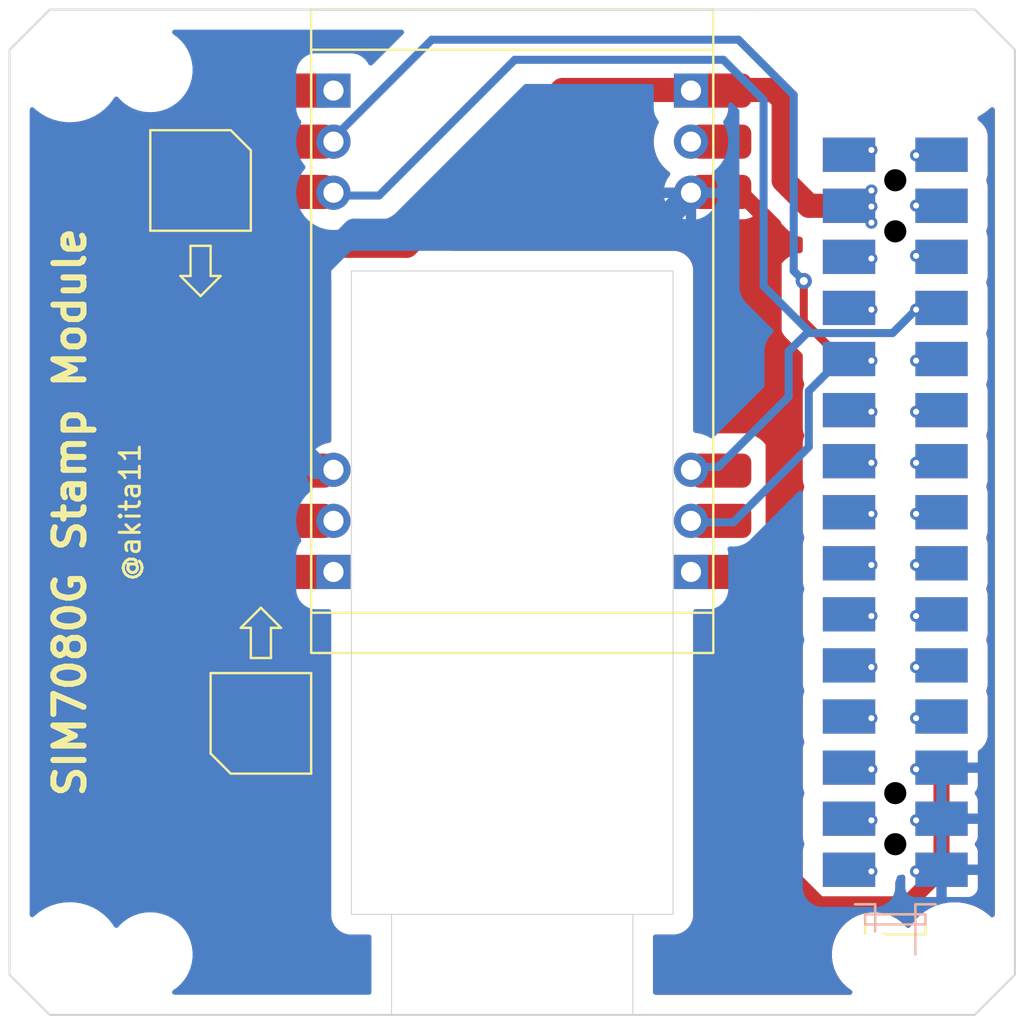
<source format=kicad_pcb>
(kicad_pcb (version 20211014) (generator pcbnew)
  (layers (0 "F.Cu" signal) (31 "B.Cu" signal) (34 "B.Paste" user) (35 "F.Paste" user) (36 "B.SilkS" user "B.Silkscreen") (37 "F.SilkS" user "F.Silkscreen") (38 "B.Mask" user) (39 "F.Mask" user) (44 "Edge.Cuts" user))
  (net 0 "")
  (net 1 "GND")
  (net 2 "VDD")
  (net 3 "unconnected-(CN1-Pad2)")
  (net 4 "unconnected-(CN1-Pad4)")
  (net 5 "unconnected-(CN1-Pad6)")
  (net 6 "unconnected-(CN1-Pad7)")
  (net 7 "unconnected-(CN1-Pad8)")
  (net 8 "unconnected-(CN1-Pad9)")
  (net 9 "unconnected-(CN1-Pad11)")
  (net 10 "unconnected-(CN1-Pad12)")
  (net 11 "unconnected-(CN1-Pad13)")
  (net 12 "unconnected-(CN1-Pad14)")
  (net 13 "unconnected-(CN1-Pad15)")
  (net 14 "unconnected-(CN1-Pad16)")
  (net 15 "unconnected-(CN1-Pad17)")
  (net 16 "unconnected-(CN1-Pad18)")
  (net 17 "unconnected-(CN1-Pad10)")
  (net 18 "unconnected-(CN1-Pad19)")
  (net 19 "unconnected-(CN1-Pad21)")
  (net 20 "unconnected-(CN1-Pad24)")
  (net 21 "unconnected-(CN1-Pad25)")
  (net 22 "unconnected-(CN1-Pad26)")
  (net 23 "unconnected-(CN1-Pad27)")
  (net 24 "unconnected-(CN1-Pad29)")
  (net 25 "unconnected-(CN1-Pad30)")
  (net 26 "unconnected-(CN1-Pad20)")
  (net 27 "/TXm")
  (net 28 "/RXm")
  (footprint "Connector_PinSocket_2.54mm:PinSocket_1x03_P2.54mm_Vertical" (layer "F.Cu") (at 33.89 4.03)
    (fp_text reference "J1" hide)
    (fp_text value "Conn_01x03" hide)
    (pad "1" smd roundrect (at 1.5 0) (size 3 1.7) (layers "F.Cu" "F.Paste" "F.Mask") (net 2 "VDD"))
    (pad "1" thru_hole rect (at 0 0) (size 1.7 1.7) (drill 1) (layers *.Cu *.Mask) (net 2 "VDD"))
    (pad "2" thru_hole oval (at 0 2.54) (size 1.7 1.7) (drill 1) (layers *.Cu *.Mask))
    (pad "2" smd roundrect (at 1.5 2.54) (size 3 1.7) (layers "F.Cu" "F.Paste" "F.Mask"))
    (pad "3" smd roundrect (at 1.5 5.04) (size 3 1.7) (layers "F.Cu" "F.Paste" "F.Mask") (net 1 "GND"))
    (pad "3" thru_hole oval (at 0 5.08) (size 1.7 1.7) (drill 1) (layers *.Cu *.Mask) (net 1 "GND"))
  )
  (footprint "Connector_PinSocket_2.54mm:PinSocket_1x03_P2.54mm_Vertical" (layer "F.Cu") (at 16.11 27.97 180)
    (fp_text reference "J1" hide)
    (fp_text value "Conn_01x03" hide)
    (pad "1" smd roundrect (at 1.5 0 180) (size 3 1.7) (layers "F.Cu" "F.Paste" "F.Mask") (net 2 "VDD"))
    (pad "1" thru_hole rect (at 0 0 180) (size 1.7 1.7) (drill 1) (layers *.Cu *.Mask) (net 2 "VDD"))
    (pad "2" thru_hole oval (at 0 2.54 180) (size 1.7 1.7) (drill 1) (layers *.Cu *.Mask))
    (pad "2" smd roundrect (at 1.5 2.54 180) (size 3 1.7) (layers "F.Cu" "F.Paste" "F.Mask"))
    (pad "3" smd roundrect (at 1.5 5.04 180) (size 3 1.7) (layers "F.Cu" "F.Paste" "F.Mask") (net 1 "GND"))
    (pad "3" thru_hole oval (at 0 5.08 180) (size 1.7 1.7) (drill 1) (layers *.Cu *.Mask) (net 1 "GND"))
  )
  (footprint "Connector_PinSocket_2.54mm:PinSocket_1x03_P2.54mm_Vertical" (layer "F.Cu") (at 33.89 27.97 180)
    (fp_text reference "J2" hide)
    (fp_text value "Conn_01x03" hide)
    (pad "1" thru_hole rect (at 0 0 180) (size 1.7 1.7) (drill 1) (layers *.Cu *.Mask))
    (pad "1" smd roundrect (at -1.5 0 180) (size 3 1.7) (layers "F.Cu" "F.Paste" "F.Mask"))
    (pad "2" thru_hole oval (at 0 2.54 180) (size 1.7 1.7) (drill 1) (layers *.Cu *.Mask) (net 27 "/TXm"))
    (pad "2" smd roundrect (at -1.5 2.54 180) (size 3 1.7) (layers "F.Cu" "F.Paste" "F.Mask") (net 27 "/TXm"))
    (pad "3" thru_hole oval (at 0 5.08 180) (size 1.7 1.7) (drill 1) (layers *.Cu *.Mask) (net 28 "/RXm"))
    (pad "3" smd roundrect (at -1.5 5.04 180) (size 3 1.7) (layers "F.Cu" "F.Paste" "F.Mask") (net 28 "/RXm"))
  )
  (footprint "MountingHole:MountingHole_3.2mm_M3" (layer "F.Cu") (at 47 47)
    (fp_text reference "REF**" hide)
    (fp_text value "MountingHole_3.2mm_M3" hide)
    (pad "" np_thru_hole circle locked (at 0 0) (size 3.2 3.2) (drill 3.2) (layers *.Cu *.Mask))
  )
  (footprint "MountingHole:MountingHole_2.2mm_M2" (layer "F.Cu") (at 7 3)
    (fp_text reference "REF**" hide)
    (fp_text value "MountingHole_2.2mm_M2" hide)
    (pad "" np_thru_hole circle locked (at 0 0) (size 2.2 2.2) (drill 2.2) (layers *.Cu *.Mask))
  )
  (footprint "MountingHole:MountingHole_2.2mm_M2" (layer "F.Cu") (at 7 47)
    (fp_text reference "REF**" hide)
    (fp_text value "MountingHole_2.2mm_M2" hide)
    (pad "" np_thru_hole circle locked (at 0 0) (size 2.2 2.2) (drill 2.2) (layers *.Cu *.Mask))
  )
  (footprint "MountingHole:MountingHole_3.2mm_M3" (layer "F.Cu") (at 3 47)
    (fp_text reference "REF**" hide)
    (fp_text value "MountingHole_3.2mm_M3" hide)
    (pad "" np_thru_hole circle locked (at 0 0) (size 3.2 3.2) (drill 3.2) (layers *.Cu *.Mask))
  )
  (footprint "MountingHole:MountingHole_2.2mm_M2" (layer "F.Cu") (at 43 47)
    (fp_text reference "REF**" hide)
    (fp_text value "MountingHole_2.2mm_M2" hide)
    (pad "" np_thru_hole circle locked (at 0 0) (size 2.2 2.2) (drill 2.2) (layers *.Cu *.Mask))
  )
  (footprint "MountingHole:MountingHole_3.2mm_M3" (layer "F.Cu") (at 47 3)
    (fp_text reference "REF**" hide)
    (fp_text value "MountingHole_3.2mm_M3" hide)
    (pad "" np_thru_hole circle locked (at 0 0) (size 3.2 3.2) (drill 3.2) (layers *.Cu *.Mask))
  )
  (footprint "MountingHole:MountingHole_3.2mm_M3" (layer "F.Cu") (at 3 3)
    (fp_text reference "REF**" hide)
    (fp_text value "MountingHole_3.2mm_M3" hide)
    (pad "" np_thru_hole circle locked (at 0 0) (size 3.2 3.2) (drill 3.2) (layers *.Cu *.Mask))
  )
  (footprint "Connector_PinSocket_2.54mm:PinSocket_1x03_P2.54mm_Vertical" (layer "F.Cu") (at 16.11 4.03)
    (fp_text reference "J2" hide)
    (fp_text value "Conn_01x03" hide)
    (pad "1" thru_hole rect (at 0 0) (size 1.7 1.7) (drill 1) (layers *.Cu *.Mask))
    (pad "1" smd roundrect (at -1.5 0) (size 3 1.7) (layers "F.Cu" "F.Paste" "F.Mask"))
    (pad "2" smd roundrect (at -1.5 2.54) (size 3 1.7) (layers "F.Cu" "F.Paste" "F.Mask") (net 27 "/TXm"))
    (pad "2" thru_hole oval (at 0 2.54) (size 1.7 1.7) (drill 1) (layers *.Cu *.Mask) (net 27 "/TXm"))
    (pad "3" smd roundrect (at -1.5 5.04) (size 3 1.7) (layers "F.Cu" "F.Paste" "F.Mask") (net 28 "/RXm"))
    (pad "3" thru_hole oval (at 0 5.08) (size 1.7 1.7) (drill 1) (layers *.Cu *.Mask) (net 28 "/RXm"))
  )
  (footprint "MountingHole:MountingHole_2.2mm_M2" (layer "F.Cu") (at 43 3)
    (fp_text reference "REF**" hide)
    (fp_text value "MountingHole_2.2mm_M2" hide)
    (pad "" np_thru_hole circle locked (at 0 0) (size 2.2 2.2) (drill 2.2) (layers *.Cu *.Mask))
  )
  (footprint "akita:M5STACK_BUS_30P" (layer "B.Cu") (at 44.05 25)
    (fp_text reference "CN1" hide)
    (fp_text value "CON_MBUS_bottom_Core2" hide)
    (fp_line (start -2 19.5) (end -1 19.5) (layer "B.SilkS") (width 0.12))
    (fp_line (start -1 19.5) (end -1 22) (layer "B.SilkS") (width 0.12))
    (fp_line (start 1 22) (end 1 19.5) (layer "B.SilkS") (width 0.12))
    (fp_line (start 1 19.5) (end 2 19.5) (layer "B.SilkS") (width 0.12))
    (fp_rect (start -1.5 20) (end 1.5 20.5) (layer "B.SilkS") (width 0.12) (fill none))
    (fp_line (start -1 19.5) (end -2 19.5) (layer "F.SilkS") (width 0.12))
    (fp_line (start 1 19.5) (end 2 19.5) (layer "F.SilkS") (width 0.12))
    (fp_line (start 1 20) (end 1 19.5) (layer "F.SilkS") (width 0.12))
    (fp_line (start -1 20) (end -1 19.5) (layer "F.SilkS") (width 0.12))
    (fp_rect (start -1.5 21) (end 1.5 20) (layer "F.SilkS") (width 0.12) (fill none))
    (pad "" np_thru_hole circle (at -0.000138 -16.510137 180) (size 1.1 1.1) (drill 1.1) (layers *.Mask))
    (pad "" np_thru_hole circle (at -0.000122 -13.970121 180) (size 1.1 1.1) (drill 1.1) (layers *.Mask))
    (pad "" np_thru_hole circle (at -0.000138 13.969863 180) (size 1.1 1.1) (drill 1.1) (layers *.Mask))
    (pad "" np_thru_hole circle (at -0.000138 16.509863 180) (size 1.1 1.1) (drill 1.1) (layers *.Mask))
    (pad "1" smd rect (at 2.3 17.78) (size 2.6 1.7) (layers "F.Cu" "F.Paste" "F.Mask") (net 1 "GND"))
    (pad "1" smd rect (at 2.3 17.78) (size 2.6 1.7) (layers "B.Cu" "B.Paste" "B.Mask") (net 1 "GND"))
    (pad "2" smd rect (at -2.300001 17.78) (size 2.6 1.7) (layers "F.Cu" "F.Paste" "F.Mask") (net 3 "unconnected-(CN1-Pad2)"))
    (pad "2" smd rect (at -2.300001 17.78) (size 2.6 1.7) (layers "B.Cu" "B.Paste" "B.Mask") (net 3 "unconnected-(CN1-Pad2)"))
    (pad "3" smd rect (at 2.3 15.24) (size 2.6 1.7) (layers "B.Cu" "B.Paste" "B.Mask") (net 1 "GND"))
    (pad "3" smd rect (at 2.3 15.24) (size 2.6 1.7) (layers "F.Cu" "F.Paste" "F.Mask") (net 1 "GND"))
    (pad "4" smd rect (at -2.300001 15.24) (size 2.6 1.7) (layers "B.Cu" "B.Paste" "B.Mask") (net 4 "unconnected-(CN1-Pad4)"))
    (pad "4" smd rect (at -2.300001 15.24) (size 2.6 1.7) (layers "F.Cu" "F.Paste" "F.Mask") (net 4 "unconnected-(CN1-Pad4)"))
    (pad "5" smd rect (at 2.3 12.7) (size 2.6 1.7) (layers "B.Cu" "B.Paste" "B.Mask") (net 1 "GND"))
    (pad "5" smd rect (at 2.3 12.7) (size 2.6 1.7) (layers "F.Cu" "F.Paste" "F.Mask") (net 1 "GND"))
    (pad "6" smd rect (at -2.300001 12.7) (size 2.6 1.7) (layers "F.Cu" "F.Paste" "F.Mask") (net 5 "unconnected-(CN1-Pad6)"))
    (pad "6" smd rect (at -2.300001 12.7) (size 2.6 1.7) (layers "B.Cu" "B.Paste" "B.Mask") (net 5 "unconnected-(CN1-Pad6)"))
    (pad "7" smd rect (at 2.3 10.16) (size 2.6 1.7) (layers "B.Cu" "B.Paste" "B.Mask") (net 6 "unconnected-(CN1-Pad7)"))
    (pad "7" smd rect (at 2.3 10.16) (size 2.6 1.7) (layers "F.Cu" "F.Paste" "F.Mask") (net 6 "unconnected-(CN1-Pad7)"))
    (pad "8" smd rect (at -2.300001 10.16) (size 2.6 1.7) (layers "F.Cu" "F.Paste" "F.Mask") (net 7 "unconnected-(CN1-Pad8)"))
    (pad "8" smd rect (at -2.300001 10.16) (size 2.6 1.7) (layers "B.Cu" "B.Paste" "B.Mask") (net 7 "unconnected-(CN1-Pad8)"))
    (pad "9" smd rect (at 2.3 7.62) (size 2.6 1.7) (layers "B.Cu" "B.Paste" "B.Mask") (net 8 "unconnected-(CN1-Pad9)"))
    (pad "9" smd rect (at 2.3 7.62) (size 2.6 1.7) (layers "F.Cu" "F.Paste" "F.Mask") (net 8 "unconnected-(CN1-Pad9)"))
    (pad "10" smd rect (at -2.300001 7.62) (size 2.6 1.7) (layers "F.Cu" "F.Paste" "F.Mask") (net 17 "unconnected-(CN1-Pad10)"))
    (pad "10" smd rect (at -2.300001 7.62) (size 2.6 1.7) (layers "B.Cu" "B.Paste" "B.Mask") (net 17 "unconnected-(CN1-Pad10)"))
    (pad "11" smd rect (at 2.3 5.08) (size 2.6 1.7) (layers "B.Cu" "B.Paste" "B.Mask") (net 9 "unconnected-(CN1-Pad11)"))
    (pad "11" smd rect (at 2.3 5.08) (size 2.6 1.7) (layers "F.Cu" "F.Paste" "F.Mask") (net 9 "unconnected-(CN1-Pad11)"))
    (pad "12" smd rect (at -2.300001 5.08) (size 2.6 1.7) (layers "F.Cu" "F.Paste" "F.Mask") (net 10 "unconnected-(CN1-Pad12)"))
    (pad "12" smd rect (at -2.300001 5.08) (size 2.6 1.7) (layers "B.Cu" "B.Paste" "B.Mask") (net 10 "unconnected-(CN1-Pad12)"))
    (pad "13" smd rect (at 2.3 2.54) (size 2.6 1.7) (layers "F.Cu" "F.Paste" "F.Mask") (net 11 "unconnected-(CN1-Pad13)"))
    (pad "13" smd rect (at 2.3 2.54) (size 2.6 1.7) (layers "B.Cu" "B.Paste" "B.Mask") (net 11 "unconnected-(CN1-Pad13)"))
    (pad "14" smd rect (at -2.300001 2.54) (size 2.6 1.7) (layers "F.Cu" "F.Paste" "F.Mask") (net 12 "unconnected-(CN1-Pad14)"))
    (pad "14" smd rect (at -2.300001 2.54) (size 2.6 1.7) (layers "B.Cu" "B.Paste" "B.Mask") (net 12 "unconnected-(CN1-Pad14)"))
    (pad "15" smd rect (at 2.3 0) (size 2.6 1.7) (layers "B.Cu" "B.Paste" "B.Mask") (net 13 "unconnected-(CN1-Pad15)"))
    (pad "15" smd rect (at 2.3 0) (size 2.6 1.7) (layers "F.Cu" "F.Paste" "F.Mask") (net 13 "unconnected-(CN1-Pad15)"))
    (pad "16" smd rect (at -2.300001 0) (size 2.6 1.7) (layers "F.Cu" "F.Paste" "F.Mask") (net 14 "unconnected-(CN1-Pad16)"))
    (pad "16" smd rect (at -2.300001 0) (size 2.6 1.7) (layers "B.Cu" "B.Paste" "B.Mask") (net 14 "unconnected-(CN1-Pad16)"))
    (pad "17" smd rect (at 2.3 -2.54) (size 2.6 1.7) (layers "F.Cu" "F.Paste" "F.Mask") (net 15 "unconnected-(CN1-Pad17)"))
    (pad "17" smd rect (at 2.3 -2.54) (size 2.6 1.7) (layers "B.Cu" "B.Paste" "B.Mask") (net 15 "unconnected-(CN1-Pad17)"))
    (pad "18" smd rect (at -2.300001 -2.54) (size 2.6 1.7) (layers "F.Cu" "F.Paste" "F.Mask") (net 16 "unconnected-(CN1-Pad18)"))
    (pad "18" smd rect (at -2.300001 -2.54) (size 2.6 1.7) (layers "B.Cu" "B.Paste" "B.Mask") (net 16 "unconnected-(CN1-Pad18)"))
    (pad "19" smd rect (at 2.3 -5.08) (size 2.6 1.7) (layers "F.Cu" "F.Paste" "F.Mask") (net 18 "unconnected-(CN1-Pad19)"))
    (pad "19" smd rect (at 2.3 -5.08) (size 2.6 1.7) (layers "B.Cu" "B.Paste" "B.Mask") (net 18 "unconnected-(CN1-Pad19)"))
    (pad "20" smd rect (at -2.300001 -5.08) (size 2.6 1.7) (layers "F.Cu" "F.Paste" "F.Mask") (net 26 "unconnected-(CN1-Pad20)"))
    (pad "20" smd rect (at -2.300001 -5.08) (size 2.6 1.7) (layers "B.Cu" "B.Paste" "B.Mask") (net 26 "unconnected-(CN1-Pad20)"))
    (pad "21" smd rect (at 2.3 -7.62) (size 2.6 1.7) (layers "F.Cu" "F.Paste" "F.Mask") (net 19 "unconnected-(CN1-Pad21)"))
    (pad "21" smd rect (at 2.3 -7.62) (size 2.6 1.7) (layers "B.Cu" "B.Paste" "B.Mask") (net 19 "unconnected-(CN1-Pad21)"))
    (pad "22" smd rect (at -2.300001 -7.62) (size 2.6 1.7) (layers "B.Cu" "B.Paste" "B.Mask") (net 27 "/TXm"))
    (pad "22" smd rect (at -2.300001 -7.62) (size 2.6 1.7) (layers "F.Cu" "F.Paste" "F.Mask") (net 27 "/TXm"))
    (pad "23" smd rect (at 2.3 -10.16) (size 2.6 1.7) (layers "F.Cu" "F.Paste" "F.Mask") (net 28 "/RXm"))
    (pad "23" smd rect (at 2.3 -10.16) (size 2.6 1.7) (layers "B.Cu" "B.Paste" "B.Mask") (net 28 "/RXm"))
    (pad "24" smd rect (at -2.300001 -10.16) (size 2.6 1.7) (layers "F.Cu" "F.Paste" "F.Mask") (net 20 "unconnected-(CN1-Pad24)"))
    (pad "24" smd rect (at -2.300001 -10.16) (size 2.6 1.7) (layers "B.Cu" "B.Paste" "B.Mask") (net 20 "unconnected-(CN1-Pad24)"))
    (pad "25" smd rect (at 2.3 -12.7) (size 2.6 1.7) (layers "F.Cu" "F.Paste" "F.Mask") (net 21 "unconnected-(CN1-Pad25)"))
    (pad "25" smd rect (at 2.3 -12.7) (size 2.6 1.7) (layers "B.Cu" "B.Paste" "B.Mask") (net 21 "unconnected-(CN1-Pad25)"))
    (pad "26" smd rect (at -2.300001 -12.7) (size 2.6 1.7) (layers "B.Cu" "B.Paste" "B.Mask") (net 22 "unconnected-(CN1-Pad26)"))
    (pad "26" smd rect (at -2.300001 -12.7) (size 2.6 1.7) (layers "F.Cu" "F.Paste" "F.Mask") (net 22 "unconnected-(CN1-Pad26)"))
    (pad "27" smd rect (at 2.3 -15.24) (size 2.6 1.7) (layers "F.Cu" "F.Paste" "F.Mask") (net 23 "unconnected-(CN1-Pad27)"))
    (pad "27" smd rect (at 2.3 -15.24) (size 2.6 1.7) (layers "B.Cu" "B.Paste" "B.Mask") (net 23 "unconnected-(CN1-Pad27)"))
    (pad "28" smd rect (at -2.300001 -15.24) (size 2.6 1.7) (layers "B.Cu" "B.Paste" "B.Mask") (net 2 "VDD"))
    (pad "28" smd rect (at -2.300001 -15.24) (size 2.6 1.7) (layers "F.Cu" "F.Paste" "F.Mask") (net 2 "VDD"))
    (pad "29" smd rect (at 2.3 -17.78) (size 2.6 1.7) (layers "F.Cu" "F.Paste" "F.Mask") (net 24 "unconnected-(CN1-Pad29)"))
    (pad "29" smd rect (at 2.3 -17.78) (size 2.6 1.7) (layers "B.Cu" "B.Paste" "B.Mask") (net 24 "unconnected-(CN1-Pad29)"))
    (pad "30" smd rect (at -2.300001 -17.78) (size 2.6 1.7) (layers "B.Cu" "B.Paste" "B.Mask") (net 25 "unconnected-(CN1-Pad30)"))
    (pad "30" smd rect (at -2.300001 -17.78) (size 2.6 1.7) (layers "F.Cu" "F.Paste" "F.Mask") (net 25 "unconnected-(CN1-Pad30)"))
  )
  (gr_rect (start 11 7.5) (end 10.2 6.25) (layer "F.Cu") (width 0.1) (fill solid))
  (gr_rect (start 12.2 36.5) (end 13 37.75) (layer "F.Cu") (width 0.1) (fill solid))
  (gr_rect (start 11 10.75) (end 10.2 9.5) (layer "F.Cu") (width 0.1) (fill solid))
  (gr_rect (start 8.55 10.75) (end 7.75 9.5) (layer "F.Cu") (width 0.1) (fill solid))
  (gr_rect (start 12.2 33.25) (end 13 34.5) (layer "F.Cu") (width 0.1) (fill solid))
  (gr_rect (start 8.55 8) (end 7.75 6.25) (layer "F.Cu") (width 0.1) (fill solid))
  (gr_rect (start 11 33.25) (end 11.8 34.5) (layer "F.Cu") (width 0.1) (fill solid))
  (gr_rect (start 9.8 7.5) (end 9 6.25) (layer "F.Cu") (width 0.1) (fill solid))
  (gr_rect (start 9.8 10.75) (end 9 9.5) (layer "F.Cu") (width 0.1) (fill solid))
  (gr_rect (start 11 36.5) (end 11.8 37.75) (layer "F.Cu") (width 0.1) (fill solid))
  (gr_rect (start 11 9) (end 7.75 8) (layer "F.Cu") (width 0.1) (fill solid))
  (gr_rect (start 13.45 33.25) (end 14.25 34.5) (layer "F.Cu") (width 0.1) (fill solid))
  (gr_rect (start 11 35) (end 14.25 36) (layer "F.Cu") (width 0.1) (fill solid))
  (gr_rect (start 13.45 36) (end 14.25 37.75) (layer "F.Cu") (width 0.1) (fill solid))
  (gr_line (start 10 13.25) (end 10 11.75) (layer "F.SilkS") (width 0.12))
  (gr_line (start 9 11.75) (end 9 13.25) (layer "F.SilkS") (width 0.12))
  (gr_line (start 11 38) (end 10 37) (layer "F.SilkS") (width 0.12))
  (gr_line (start 13.5 30.75) (end 12.5 29.75) (layer "F.SilkS") (width 0.12))
  (gr_line (start 10 33) (end 15 33) (layer "F.SilkS") (width 0.12))
  (gr_line (start 8.5 13.25) (end 9.5 14.25) (layer "F.SilkS") (width 0.12))
  (gr_line (start 12 32.25) (end 13 32.25) (layer "F.SilkS") (width 0.12))
  (gr_line (start 13 32.25) (end 13 30.75) (layer "F.SilkS") (width 0.12))
  (gr_rect (start 35 0) (end 15 30) (layer "F.SilkS") (width 0.12) (fill none))
  (gr_line (start 9 13.25) (end 8.5 13.25) (layer "F.SilkS") (width 0.12))
  (gr_line (start 10 37) (end 10 33) (layer "F.SilkS") (width 0.12))
  (gr_line (start 12.5 29.75) (end 11.5 30.75) (layer "F.SilkS") (width 0.12))
  (gr_line (start 9.5 14.25) (end 10.5 13.25) (layer "F.SilkS") (width 0.12))
  (gr_rect (start 15 32) (end 35 2) (layer "F.SilkS") (width 0.12) (fill none))
  (gr_line (start 10.5 13.25) (end 10 13.25) (layer "F.SilkS") (width 0.12))
  (gr_line (start 15 33) (end 15 38) (layer "F.SilkS") (width 0.12))
  (gr_line (start 11 6) (end 12 7) (layer "F.SilkS") (width 0.12))
  (gr_line (start 11.5 30.75) (end 12 30.75) (layer "F.SilkS") (width 0.12))
  (gr_line (start 12 11) (end 7 11) (layer "F.SilkS") (width 0.12))
  (gr_line (start 7 11) (end 7 6) (layer "F.SilkS") (width 0.12))
  (gr_line (start 7 6) (end 11 6) (layer "F.SilkS") (width 0.12))
  (gr_line (start 12 7) (end 12 11) (layer "F.SilkS") (width 0.12))
  (gr_line (start 12 30.75) (end 12 32.25) (layer "F.SilkS") (width 0.12))
  (gr_line (start 13 30.75) (end 13.5 30.75) (layer "F.SilkS") (width 0.12))
  (gr_line (start 10 11.75) (end 9 11.75) (layer "F.SilkS") (width 0.12))
  (gr_line (start 15 38) (end 11 38) (layer "F.SilkS") (width 0.12))
  (gr_line (start 2 50) (end 0 48) (layer "Edge.Cuts") (width 0.1))
  (gr_line (start 0 2) (end 2 0) (layer "Edge.Cuts") (width 0.1))
  (gr_line (start 50 2) (end 50 48) (layer "Edge.Cuts") (width 0.1))
  (gr_rect (start 17 13) (end 33 45) (layer "Edge.Cuts") (width 0.05) (fill none))
  (gr_line (start 48 0) (end 50 2) (layer "Edge.Cuts") (width 0.1))
  (gr_line (start 37 0) (end 2 0) (layer "Edge.Cuts") (width 0.1))
  (gr_line (start 19 50) (end 31 50) (layer "Edge.Cuts") (width 0.05))
  (gr_line (start 19 50) (end 19 45) (layer "Edge.Cuts") (width 0.05))
  (gr_line (start 41 0) (end 37 0) (layer "Edge.Cuts") (width 0.1))
  (gr_line (start 48 0) (end 41 0) (layer "Edge.Cuts") (width 0.1))
  (gr_line (start 0 48) (end 0 2) (layer "Edge.Cuts") (width 0.1))
  (gr_line (start 31 50) (end 31 45) (layer "Edge.Cuts") (width 0.05))
  (gr_line (start 50 48) (end 48 50) (layer "Edge.Cuts") (width 0.1))
  (gr_line (start 48 50) (end 2 50) (layer "Edge.Cuts") (width 0.1))
  (gr_text "SIM7080G Stamp Module" (at 3 25 90) (layer "F.SilkS") (effects (font (size 1.5 1.5) (thickness 0.3))))
  (gr_text "@akita11" (at 6 25 90) (layer "F.SilkS") (effects (font (size 1 1))))
  (segment (start 36.25 9) (end 35 9) (width 0.8) (layer "F.Cu") (net 1))
  (segment (start 38 10.75) (end 36.25 9) (width 0.8) (layer "F.Cu") (net 1))
  (segment (start 46.35 42.78) (end 44.63 44.5) (width 0.8) (layer "F.Cu") (net 1))
  (segment (start 40.25 44.5) (end 38 42.25) (width 0.8) (layer "F.Cu") (net 1))
  (segment (start 38 42.25) (end 38 10.75) (width 0.8) (layer "F.Cu") (net 1))
  (segment (start 46.35 37.7) (end 46.35 42.65) (width 0.8) (layer "F.Cu") (net 1))
  (segment (start 44.63 44.5) (end 40.25 44.5) (width 0.8) (layer "F.Cu") (net 1))
  (segment (start 46.35 42.65) (end 46.25 42.75) (width 0.8) (layer "F.Cu") (net 1))
  (via (at 45.085 42.8625) (size 0.6) (drill 0.3) (layers "F.Cu" "B.Cu") (net 1))
  (via (at 45.085 37.7825) (size 0.6) (drill 0.3) (layers "F.Cu" "B.Cu") (net 1))
  (via (at 45.085 40.3225) (size 0.6) (drill 0.3) (layers "F.Cu" "B.Cu") (net 1))
  (segment (start 14.5 13.638009) (end 14.5 22) (width 1.2) (layer "B.Cu") (net 1))
  (segment (start 46.35 42.78) (end 45.9 42.78) (width 1.2) (layer "B.Cu") (net 1))
  (segment (start 14.5 22) (end 15.25 22.75) (width 1.2) (layer "B.Cu") (net 1))
  (segment (start 33.89 9.11) (end 32 11) (width 1.2) (layer "B.Cu") (net 1))
  (segment (start 17.138009 11) (end 14.5 13.638009) (width 1.2) (layer "B.Cu") (net 1))
  (segment (start 32 11) (end 17.138009 11) (width 1.2) (layer "B.Cu") (net 1))
  (segment (start 11.5 26.25) (end 11.5 14.75) (width 1.2) (layer "F.Cu") (net 2))
  (segment (start 14.61 27.97) (end 13.22 27.97) (width 1.2) (layer "F.Cu") (net 2))
  (segment (start 38.5 4.487067) (end 38.012933 4) (width 1.2) (layer "F.Cu") (net 2))
  (segment (start 19.75 11.75) (end 27.5 4) (width 1.2) (layer "F.Cu") (net 2))
  (segment (start 38.5 8.5) (end 38.5 4.487067) (width 1.2) (layer "F.Cu") (net 2))
  (segment (start 39.76 9.76) (end 38.5 8.5) (width 1.2) (layer "F.Cu") (net 2))
  (segment (start 27.5 4) (end 33.75 4) (width 1.2) (layer "F.Cu") (net 2))
  (segment (start 14.5 11.75) (end 19.75 11.75) (width 1.2) (layer "F.Cu") (net 2))
  (segment (start 41.749999 9.76) (end 39.76 9.76) (width 1.2) (layer "F.Cu") (net 2))
  (segment (start 36.5 4) (end 34 4) (width 1.2) (layer "F.Cu") (net 2))
  (segment (start 11.5 14.75) (end 14.5 11.75) (width 1.2) (layer "F.Cu") (net 2))
  (segment (start 38.012933 4) (end 35 4) (width 1.2) (layer "F.Cu") (net 2))
  (segment (start 13.22 27.97) (end 11.5 26.25) (width 1.2) (layer "F.Cu") (net 2))
  (via (at 42.8625 9) (size 0.6) (drill 0.3) (layers "F.Cu" "B.Cu") (net 2))
  (via (at 42.8625 10.6) (size 0.6) (drill 0.3) (layers "F.Cu" "B.Cu") (net 2))
  (via (at 42.8625 9.8) (size 0.6) (drill 0.3) (layers "F.Cu" "B.Cu") (net 2))
  (via (at 42.8625 42.8625) (size 0.6) (drill 0.3) (layers "F.Cu" "B.Cu") (net 3))
  (via (at 42.8625 40.3225) (size 0.6) (drill 0.3) (layers "F.Cu" "B.Cu") (net 4))
  (via (at 42.8625 37.7825) (size 0.6) (drill 0.3) (layers "F.Cu" "B.Cu") (net 5))
  (via (at 45.085 35.2425) (size 0.6) (drill 0.3) (layers "F.Cu" "B.Cu") (net 6))
  (via (at 42.8625 35.2425) (size 0.6) (drill 0.3) (layers "F.Cu" "B.Cu") (net 7))
  (via (at 45.085 32.7025) (size 0.6) (drill 0.3) (layers "F.Cu" "B.Cu") (net 8))
  (via (at 45.085 30.1625) (size 0.6) (drill 0.3) (layers "F.Cu" "B.Cu") (net 9))
  (via (at 42.8625 30.1625) (size 0.6) (drill 0.3) (layers "F.Cu" "B.Cu") (net 10))
  (via (at 45.085 27.6225) (size 0.6) (drill 0.3) (layers "F.Cu" "B.Cu") (net 11))
  (via (at 42.8625 27.6225) (size 0.6) (drill 0.3) (layers "F.Cu" "B.Cu") (net 12))
  (via (at 45.085 25.0825) (size 0.6) (drill 0.3) (layers "F.Cu" "B.Cu") (net 13))
  (via (at 42.8625 25.0825) (size 0.6) (drill 0.3) (layers "F.Cu" "B.Cu") (net 14))
  (via (at 45.085 22.5425) (size 0.6) (drill 0.3) (layers "F.Cu" "B.Cu") (net 15))
  (via (at 42.8625 22.5425) (size 0.6) (drill 0.3) (layers "F.Cu" "B.Cu") (net 16))
  (segment (start 41.749999 32.62) (end 41.299999 32.62) (width 0.4) (layer "F.Cu") (net 17))
  (via (at 42.8625 32.7025) (size 0.6) (drill 0.3) (layers "F.Cu" "B.Cu") (net 17))
  (segment (start 41.575977 32.385) (end 41.91 32.385) (width 0.4) (layer "B.Cu") (net 17))
  (via (at 45.085 20.0025) (size 0.6) (drill 0.3) (layers "F.Cu" "B.Cu") (net 18))
  (via (at 45.085 17.4625) (size 0.6) (drill 0.3) (layers "F.Cu" "B.Cu") (net 19))
  (via (at 42.8625 14.9225) (size 0.6) (drill 0.3) (layers "F.Cu" "B.Cu") (net 20))
  (via (at 45.085 12.25) (size 0.6) (drill 0.3) (layers "F.Cu" "B.Cu") (net 21))
  (via (at 42.8625 12.3825) (size 0.6) (drill 0.3) (layers "F.Cu" "B.Cu") (net 22))
  (via (at 45.085 9.75) (size 0.6) (drill 0.3) (layers "F.Cu" "B.Cu") (net 23))
  (via (at 45.085 7.25) (size 0.6) (drill 0.3) (layers "F.Cu" "B.Cu") (net 24))
  (via (at 42.8625 6.985) (size 0.6) (drill 0.3) (layers "F.Cu" "B.Cu") (net 25))
  (via (at 42.8625 20.0025) (size 0.6) (drill 0.3) (layers "F.Cu" "B.Cu") (net 26))
  (segment (start 39.5 13.5) (end 39.5 15.5) (width 0.4) (layer "F.Cu") (net 27))
  (segment (start 39.5 15.5) (end 41.5 17.5) (width 0.4) (layer "F.Cu") (net 27))
  (via (at 39.5 13.5) (size 0.8) (drill 0.4) (layers "F.Cu" "B.Cu") (net 27))
  (via (at 42.8625 17.4625) (size 0.6) (drill 0.3) (layers "F.Cu" "B.Cu") (net 27))
  (segment (start 39 13) (end 39.5 13.5) (width 0.4) (layer "B.Cu") (net 27))
  (segment (start 39.75 18.970977) (end 39.75 21.75) (width 0.4) (layer "B.Cu") (net 27))
  (segment (start 39.75 21.75) (end 36 25.5) (width 0.4) (layer "B.Cu") (net 27))
  (segment (start 39 12.499023) (end 39 13) (width 0.4) (layer "B.Cu") (net 27))
  (segment (start 39 12.499023) (end 39 4.25) (width 0.4) (layer "B.Cu") (net 27))
  (segment (start 41.220977 17.5) (end 39.75 18.970977) (width 0.4) (layer "B.Cu") (net 27))
  (segment (start 39 4.25) (end 36.25 1.5) (width 0.4) (layer "B.Cu") (net 27))
  (segment (start 21 1.5) (end 16 6.5) (width 0.4) (layer "B.Cu") (net 27))
  (segment (start 41.75 17.5) (end 41.220977 17.5) (width 0.4) (layer "B.Cu") (net 27))
  (segment (start 36.25 1.5) (end 21 1.5) (width 0.4) (layer "B.Cu") (net 27))
  (segment (start 36 25.5) (end 34.20952 25.5) (width 0.4) (layer "B.Cu") (net 27))
  (via (at 45.085 14.9225) (size 0.6) (drill 0.3) (layers "F.Cu" "B.Cu") (net 28))
  (segment (start 39.75 16) (end 37.5 13.75) (width 0.4) (layer "B.Cu") (net 28))
  (segment (start 25.125 2.5) (end 18.375 9.25) (width 0.4) (layer "B.Cu") (net 28))
  (segment (start 38.75 19.25) (end 35.25 22.75) (width 0.4) (layer "B.Cu") (net 28))
  (segment (start 39.660489 16.089511) (end 43.917989 16.089511) (width 0.4) (layer "B.Cu") (net 28))
  (segment (start 35.25 22.75) (end 34.20952 22.75) (width 0.4) (layer "B.Cu") (net 28))
  (segment (start 43.917989 16.089511) (end 45.085 14.9225) (width 0.4) (layer "B.Cu") (net 28))
  (segment (start 38.75 17) (end 39.660489 16.089511) (width 0.4) (layer "B.Cu") (net 28))
  (segment (start 37.5 13.75) (end 37.5 4.5) (width 0.4) (layer "B.Cu") (net 28))
  (segment (start 35.5 2.5) (end 25.125 2.5) (width 0.4) (layer "B.Cu") (net 28))
  (segment (start 18.375 9.25) (end 16.25 9.25) (width 0.4) (layer "B.Cu") (net 28))
  (segment (start 37.5 4.5) (end 35.5 2.5) (width 0.4) (layer "B.Cu") (net 28))
  (segment (start 38.75 17) (end 38.75 19.25) (width 0.4) (layer "B.Cu") (net 28))
  (zone (net 1) (net_name "GND") (layers F&B.Cu) (connect_pads (clearance 1)) (min_thickness 0.254) (fill yes (thermal_gap 0.508) (thermal_bridge_width 0.508))
    (polygon (pts (xy 50 50) (xy 0 50) (xy 0 0) (xy 50 0)))
  )
)
</source>
